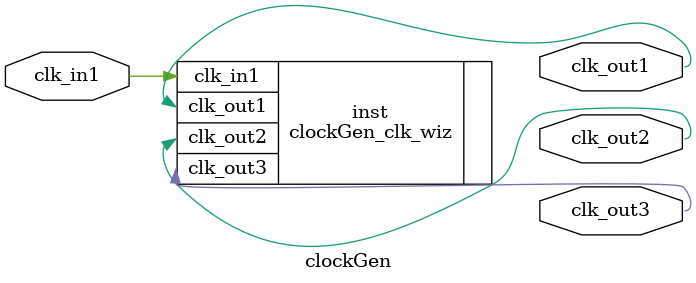
<source format=v>


`timescale 1ps/1ps

(* CORE_GENERATION_INFO = "clockGen,clk_wiz_v5_4_2_0,{component_name=clockGen,use_phase_alignment=true,use_min_o_jitter=false,use_max_i_jitter=false,use_dyn_phase_shift=false,use_inclk_switchover=false,use_dyn_reconfig=false,enable_axi=0,feedback_source=FDBK_AUTO,PRIMITIVE=PLL,num_out_clk=3,clkin1_period=5.000,clkin2_period=10.0,use_power_down=false,use_reset=false,use_locked=false,use_inclk_stopped=false,feedback_type=SINGLE,CLOCK_MGR_TYPE=NA,manual_override=false}" *)

module clockGen 
 (
  // Clock out ports
  output        clk_out1,
  output        clk_out2,
  output        clk_out3,
 // Clock in ports
  input         clk_in1
 );

  clockGen_clk_wiz inst
  (
  // Clock out ports  
  .clk_out1(clk_out1),
  .clk_out2(clk_out2),
  .clk_out3(clk_out3),
 // Clock in ports
  .clk_in1(clk_in1)
  );

endmodule

</source>
